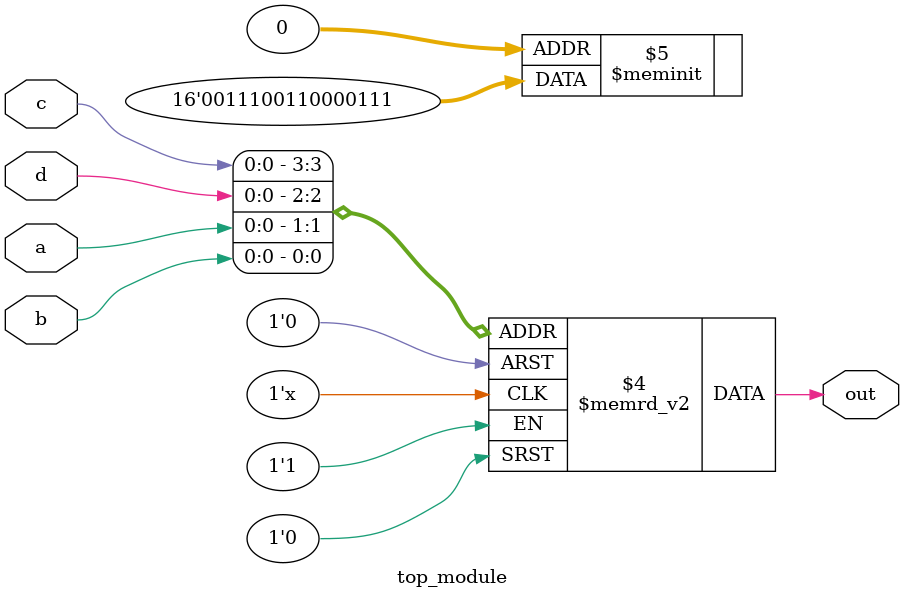
<source format=sv>
module top_module (
    input a, 
    input b,
    input c,
    input d,
    output reg out
);

always @(*) begin
    case ({c, d, a, b})
        4'b0000, 4'b0001, 4'b0010, 4'b0111, 4'b1000, 4'b1011, 4'b1100, 4'b1101: out = 1'b1;
        4'b0011, 4'b0110, 4'b1010, 4'b1110: out = 1'b0;
        default: out = 1'b0;
    endcase
end

endmodule

</source>
